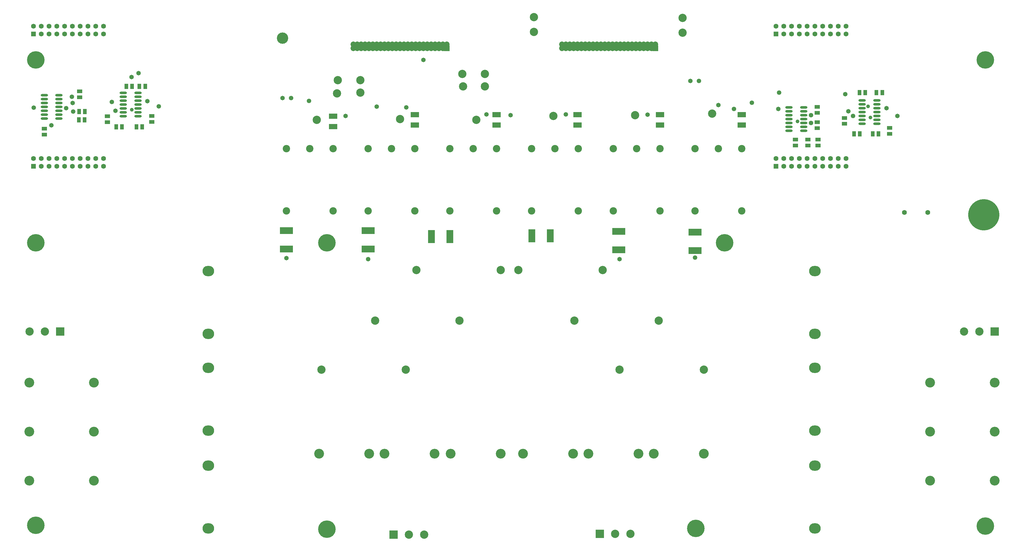
<source format=gts>
G04*
G04 #@! TF.GenerationSoftware,Altium Limited,Altium Designer,22.11.1 (43)*
G04*
G04 Layer_Color=8388736*
%FSLAX44Y44*%
%MOMM*%
G71*
G04*
G04 #@! TF.SameCoordinates,B38BEB0A-FF2B-4473-85C9-27130B265984*
G04*
G04*
G04 #@! TF.FilePolarity,Negative*
G04*
G01*
G75*
%ADD24O,2.4032X0.8032*%
%ADD25R,1.2232X1.6732*%
%ADD26R,1.6732X1.2232*%
%ADD27R,2.7032X1.7032*%
%ADD28R,2.2032X4.2032*%
%ADD29R,4.2032X2.2032*%
%ADD30C,2.7032*%
%ADD31C,2.4032*%
%ADD32C,3.7032*%
%ADD33C,3.2032*%
%ADD34O,3.8032X3.4032*%
%ADD35C,5.7032*%
%ADD36C,10.2032*%
%ADD37C,1.6032*%
%ADD38R,1.6032X1.6032*%
%ADD39R,2.7032X2.7032*%
%ADD40C,1.8520*%
%ADD41R,1.8520X1.8520*%
%ADD42C,1.2192*%
%ADD43C,1.4732*%
D24*
X2787780Y3119120D02*
D03*
Y3106420D02*
D03*
Y3093720D02*
D03*
Y3081020D02*
D03*
Y3068320D02*
D03*
Y3055620D02*
D03*
Y3042920D02*
D03*
X2835780Y3119120D02*
D03*
Y3106420D02*
D03*
Y3093720D02*
D03*
Y3081020D02*
D03*
Y3068320D02*
D03*
Y3055620D02*
D03*
Y3042920D02*
D03*
X663600Y3090890D02*
D03*
Y3103590D02*
D03*
Y3116290D02*
D03*
Y3128990D02*
D03*
Y3141690D02*
D03*
Y3154390D02*
D03*
Y3167090D02*
D03*
X615600Y3090890D02*
D03*
Y3103590D02*
D03*
Y3116290D02*
D03*
Y3128990D02*
D03*
Y3141690D02*
D03*
Y3154390D02*
D03*
Y3167090D02*
D03*
X3074540Y3065780D02*
D03*
Y3078480D02*
D03*
Y3091180D02*
D03*
Y3103880D02*
D03*
Y3116580D02*
D03*
Y3129280D02*
D03*
Y3141980D02*
D03*
X3026540Y3065780D02*
D03*
Y3078480D02*
D03*
Y3091180D02*
D03*
Y3103880D02*
D03*
Y3116580D02*
D03*
Y3129280D02*
D03*
Y3141980D02*
D03*
X357660Y3159470D02*
D03*
Y3146770D02*
D03*
Y3134070D02*
D03*
Y3121370D02*
D03*
Y3108670D02*
D03*
Y3095970D02*
D03*
Y3083270D02*
D03*
X405660Y3159470D02*
D03*
Y3146770D02*
D03*
Y3134070D02*
D03*
Y3121370D02*
D03*
Y3108670D02*
D03*
Y3095970D02*
D03*
Y3083270D02*
D03*
D25*
X644500Y3187700D02*
D03*
X625500D02*
D03*
X677520Y3055620D02*
D03*
X658520D02*
D03*
X592480D02*
D03*
X611480D02*
D03*
X687020Y3187700D02*
D03*
X668020D02*
D03*
X3037180Y3167380D02*
D03*
X3018180D02*
D03*
X3080360Y3032760D02*
D03*
X3061360D02*
D03*
X3092400Y3167380D02*
D03*
X3073400D02*
D03*
X3019400Y3032760D02*
D03*
X3000400D02*
D03*
X490220Y3106130D02*
D03*
X471220D02*
D03*
X470560Y3078480D02*
D03*
X489560D02*
D03*
D26*
X708660Y3091180D02*
D03*
Y3072180D02*
D03*
X563880Y3090520D02*
D03*
Y3071520D02*
D03*
X2969260Y3065780D02*
D03*
Y3084780D02*
D03*
X3116580Y3052420D02*
D03*
Y3033420D02*
D03*
X2809240Y3014320D02*
D03*
Y2995320D02*
D03*
X2880360Y3070860D02*
D03*
Y3051860D02*
D03*
Y3102000D02*
D03*
Y3121000D02*
D03*
X2849880Y2995320D02*
D03*
Y3014320D02*
D03*
X358140Y3049880D02*
D03*
Y3030880D02*
D03*
X473100Y3152510D02*
D03*
Y3171510D02*
D03*
X2882900Y3014320D02*
D03*
Y2995320D02*
D03*
D27*
X2098040Y3095480D02*
D03*
Y3061480D02*
D03*
X2367280Y3095480D02*
D03*
Y3061480D02*
D03*
X2633980Y3095480D02*
D03*
Y3061480D02*
D03*
X1300480Y3090400D02*
D03*
Y3056400D02*
D03*
X1567180Y3095480D02*
D03*
Y3061480D02*
D03*
X1833880Y3095480D02*
D03*
Y3061480D02*
D03*
D28*
X2009140Y2700020D02*
D03*
X1949140D02*
D03*
X1621000Y2697480D02*
D03*
X1681000D02*
D03*
D29*
X2232660Y2654780D02*
D03*
Y2714780D02*
D03*
X2481580Y2652240D02*
D03*
Y2712240D02*
D03*
X1148080Y2657320D02*
D03*
Y2717320D02*
D03*
X1414780Y2657320D02*
D03*
Y2717320D02*
D03*
D30*
X1722120Y3228340D02*
D03*
X1795780D02*
D03*
Y3187700D02*
D03*
X1724660D02*
D03*
X2440940Y3362960D02*
D03*
Y3411220D02*
D03*
X1955800Y3413760D02*
D03*
Y3365500D02*
D03*
X1315720Y3208020D02*
D03*
X1313180Y3164840D02*
D03*
X1389380Y3208020D02*
D03*
Y3167380D02*
D03*
X1247140Y3078480D02*
D03*
X1518920Y3081020D02*
D03*
X1767840Y3078480D02*
D03*
X2019300Y3091180D02*
D03*
X2286000Y3093720D02*
D03*
X2537460Y3098800D02*
D03*
X3359480Y2387600D02*
D03*
X3409480D02*
D03*
X2270760Y1727200D02*
D03*
X2220760D02*
D03*
X309880Y2387600D02*
D03*
X359880D02*
D03*
X1597660Y1724660D02*
D03*
X1547660D02*
D03*
X1537040Y2263140D02*
D03*
X1262040D02*
D03*
X1712300Y2423160D02*
D03*
X1437300D02*
D03*
X1846920Y2588260D02*
D03*
X1571920D02*
D03*
X1904660D02*
D03*
X2179660D02*
D03*
X2087540Y2423160D02*
D03*
X2362540D02*
D03*
X2234860Y2263140D02*
D03*
X2509860D02*
D03*
D31*
X2100580Y2781300D02*
D03*
Y2984500D02*
D03*
X2024380D02*
D03*
X1948180D02*
D03*
Y2781300D02*
D03*
X2367280D02*
D03*
Y2984500D02*
D03*
X2291080D02*
D03*
X2214880D02*
D03*
Y2781300D02*
D03*
X2633980D02*
D03*
Y2984500D02*
D03*
X2557780D02*
D03*
X2481580D02*
D03*
Y2781300D02*
D03*
X1300480D02*
D03*
Y2984500D02*
D03*
X1224280D02*
D03*
X1148080D02*
D03*
Y2781300D02*
D03*
X1567180D02*
D03*
Y2984500D02*
D03*
X1490980D02*
D03*
X1414780D02*
D03*
Y2781300D02*
D03*
X1833880D02*
D03*
Y2984500D02*
D03*
X1757680D02*
D03*
X1681480D02*
D03*
Y2781300D02*
D03*
D32*
X1135380Y3345180D02*
D03*
D33*
X1919920Y1988820D02*
D03*
X2083120D02*
D03*
X2133280D02*
D03*
X2296480D02*
D03*
X2346640D02*
D03*
X2509840D02*
D03*
X1417640D02*
D03*
X1254440D02*
D03*
X1631000D02*
D03*
X1467800D02*
D03*
X1846900D02*
D03*
X1683700D02*
D03*
X3459480Y1900956D02*
D03*
X3248480D02*
D03*
X3459480Y2220956D02*
D03*
X3248480D02*
D03*
X3459480Y2060956D02*
D03*
X3248480D02*
D03*
X308790Y2220956D02*
D03*
X519790D02*
D03*
X308790Y1900956D02*
D03*
X519790D02*
D03*
X308790Y2060956D02*
D03*
X519790D02*
D03*
D34*
X2872740Y2585096D02*
D03*
Y2380096D02*
D03*
Y2269120D02*
D03*
Y2064120D02*
D03*
Y1950096D02*
D03*
Y1745096D02*
D03*
X892990Y1950096D02*
D03*
Y1745096D02*
D03*
Y2269120D02*
D03*
Y2064120D02*
D03*
Y2585096D02*
D03*
Y2380096D02*
D03*
D35*
X2484120Y1744980D02*
D03*
X330200Y2677160D02*
D03*
X2578100D02*
D03*
X1280160D02*
D03*
X330200Y3274060D02*
D03*
X3429000D02*
D03*
Y1752600D02*
D03*
X330200Y1755140D02*
D03*
X1280160Y1742440D02*
D03*
D36*
X3423920Y2768600D02*
D03*
D37*
X2974340Y3384550D02*
D03*
Y3359150D02*
D03*
X2948940Y3384550D02*
D03*
Y3359150D02*
D03*
X2923540Y3384550D02*
D03*
Y3359150D02*
D03*
X2898140Y3384550D02*
D03*
Y3359150D02*
D03*
X2872740Y3384550D02*
D03*
Y3359150D02*
D03*
X2847340Y3384550D02*
D03*
Y3359150D02*
D03*
X2821940Y3384550D02*
D03*
Y3359150D02*
D03*
X2796540Y3384550D02*
D03*
Y3359150D02*
D03*
X2771140Y3384550D02*
D03*
Y3359150D02*
D03*
X2745740Y3384550D02*
D03*
X2974340Y2952750D02*
D03*
Y2927350D02*
D03*
X2948940Y2952750D02*
D03*
Y2927350D02*
D03*
X2923540Y2952750D02*
D03*
Y2927350D02*
D03*
X2898140Y2952750D02*
D03*
Y2927350D02*
D03*
X2872740Y2952750D02*
D03*
Y2927350D02*
D03*
X2847340Y2952750D02*
D03*
Y2927350D02*
D03*
X2821940Y2952750D02*
D03*
Y2927350D02*
D03*
X2796540Y2952750D02*
D03*
Y2927350D02*
D03*
X2771140Y2952750D02*
D03*
Y2927350D02*
D03*
X2745740Y2952750D02*
D03*
X551180Y3384550D02*
D03*
Y3359150D02*
D03*
X525780Y3384550D02*
D03*
Y3359150D02*
D03*
X500380Y3384550D02*
D03*
Y3359150D02*
D03*
X474980Y3384550D02*
D03*
Y3359150D02*
D03*
X449580Y3384550D02*
D03*
Y3359150D02*
D03*
X424180Y3384550D02*
D03*
Y3359150D02*
D03*
X398780Y3384550D02*
D03*
Y3359150D02*
D03*
X373380Y3384550D02*
D03*
Y3359150D02*
D03*
X347980Y3384550D02*
D03*
Y3359150D02*
D03*
X322580Y3384550D02*
D03*
X551180Y2952750D02*
D03*
Y2927350D02*
D03*
X525780Y2952750D02*
D03*
Y2927350D02*
D03*
X500380Y2952750D02*
D03*
Y2927350D02*
D03*
X474980Y2952750D02*
D03*
Y2927350D02*
D03*
X449580Y2952750D02*
D03*
Y2927350D02*
D03*
X424180Y2952750D02*
D03*
Y2927350D02*
D03*
X398780Y2952750D02*
D03*
Y2927350D02*
D03*
X373380Y2952750D02*
D03*
Y2927350D02*
D03*
X347980Y2952750D02*
D03*
Y2927350D02*
D03*
X322580Y2952750D02*
D03*
X3164840Y2776220D02*
D03*
X3241040D02*
D03*
D38*
X2745740Y3359150D02*
D03*
Y2927350D02*
D03*
X322580Y3359150D02*
D03*
Y2927350D02*
D03*
D39*
X3459480Y2387600D02*
D03*
X2170760Y1727200D02*
D03*
X409880Y2387600D02*
D03*
X1497660Y1724660D02*
D03*
D40*
X2047240Y3324860D02*
D03*
Y3312160D02*
D03*
X2059940Y3324860D02*
D03*
Y3312160D02*
D03*
X2072640Y3324860D02*
D03*
Y3312160D02*
D03*
X2085340Y3324860D02*
D03*
Y3312160D02*
D03*
X2098040Y3324860D02*
D03*
Y3312160D02*
D03*
X2110740Y3324860D02*
D03*
Y3312160D02*
D03*
X2123440Y3324860D02*
D03*
Y3312160D02*
D03*
X2136140Y3324860D02*
D03*
Y3312160D02*
D03*
X2148840Y3324860D02*
D03*
Y3312160D02*
D03*
X2161540Y3324860D02*
D03*
Y3312160D02*
D03*
X2174240Y3324860D02*
D03*
Y3312160D02*
D03*
X2186940Y3324860D02*
D03*
Y3312160D02*
D03*
X2199640Y3324860D02*
D03*
Y3312160D02*
D03*
X2212340Y3324860D02*
D03*
Y3312160D02*
D03*
X2225040Y3324860D02*
D03*
Y3312160D02*
D03*
X2237740Y3324860D02*
D03*
Y3312160D02*
D03*
X2250440Y3324860D02*
D03*
Y3312160D02*
D03*
X2263140Y3324860D02*
D03*
Y3312160D02*
D03*
X2275840Y3324860D02*
D03*
Y3312160D02*
D03*
X2288540Y3324860D02*
D03*
Y3312160D02*
D03*
X2301240Y3324860D02*
D03*
Y3312160D02*
D03*
X2313940Y3324860D02*
D03*
Y3312160D02*
D03*
X2326640Y3324860D02*
D03*
Y3312160D02*
D03*
X2339340Y3324860D02*
D03*
Y3312160D02*
D03*
X2352040Y3324860D02*
D03*
X1366520D02*
D03*
Y3312160D02*
D03*
X1379220Y3324860D02*
D03*
Y3312160D02*
D03*
X1391920Y3324860D02*
D03*
Y3312160D02*
D03*
X1404620Y3324860D02*
D03*
Y3312160D02*
D03*
X1417320Y3324860D02*
D03*
Y3312160D02*
D03*
X1430020Y3324860D02*
D03*
Y3312160D02*
D03*
X1442720Y3324860D02*
D03*
Y3312160D02*
D03*
X1455420Y3324860D02*
D03*
Y3312160D02*
D03*
X1468120Y3324860D02*
D03*
Y3312160D02*
D03*
X1480820Y3324860D02*
D03*
Y3312160D02*
D03*
X1493520Y3324860D02*
D03*
Y3312160D02*
D03*
X1506220Y3324860D02*
D03*
Y3312160D02*
D03*
X1518920Y3324860D02*
D03*
Y3312160D02*
D03*
X1531620Y3324860D02*
D03*
Y3312160D02*
D03*
X1544320Y3324860D02*
D03*
Y3312160D02*
D03*
X1557020Y3324860D02*
D03*
Y3312160D02*
D03*
X1569720Y3324860D02*
D03*
Y3312160D02*
D03*
X1582420Y3324860D02*
D03*
Y3312160D02*
D03*
X1595120Y3324860D02*
D03*
Y3312160D02*
D03*
X1607820Y3324860D02*
D03*
Y3312160D02*
D03*
X1620520Y3324860D02*
D03*
Y3312160D02*
D03*
X1633220Y3324860D02*
D03*
Y3312160D02*
D03*
X1645920Y3324860D02*
D03*
Y3312160D02*
D03*
X1658620Y3324860D02*
D03*
Y3312160D02*
D03*
X1671320Y3324860D02*
D03*
D41*
X2352040Y3312160D02*
D03*
X1671320D02*
D03*
D42*
X3053380Y3086100D02*
D03*
X2815590Y3073400D02*
D03*
X643110Y3111500D02*
D03*
X3046340Y3122540D02*
D03*
D43*
X2753360Y3114040D02*
D03*
X2981960Y3106420D02*
D03*
X451849Y3106130D02*
D03*
X1221740Y3140710D02*
D03*
X2755900Y3167380D02*
D03*
X2971800Y3162300D02*
D03*
X3141980Y3091180D02*
D03*
X2667000Y3134360D02*
D03*
X2608580Y3114040D02*
D03*
X2557780Y3126740D02*
D03*
X2494280Y3205480D02*
D03*
X2466340D02*
D03*
X1135380Y3149600D02*
D03*
X1163320D02*
D03*
X1595120Y3274060D02*
D03*
X2860040Y3093720D02*
D03*
Y3068320D02*
D03*
X2997200Y3091180D02*
D03*
X3106420Y3116580D02*
D03*
X731520Y3122730D02*
D03*
X642620Y3218180D02*
D03*
X2481580Y2628900D02*
D03*
X2235200Y2623820D02*
D03*
X1414780D02*
D03*
X1148080Y2627720D02*
D03*
X578460Y3137190D02*
D03*
X665480Y3230880D02*
D03*
X589657Y3108040D02*
D03*
X381000Y3060700D02*
D03*
X323240Y3118830D02*
D03*
X447700Y3154390D02*
D03*
X450240Y3134070D02*
D03*
X429351Y3117185D02*
D03*
X694011Y3139796D02*
D03*
X1800860Y3096260D02*
D03*
X1879600Y3093720D02*
D03*
X1442720Y3121660D02*
D03*
X2326484Y3095686D02*
D03*
X2059940Y3096260D02*
D03*
X1539240Y3119120D02*
D03*
X1341120Y3091180D02*
D03*
M02*

</source>
